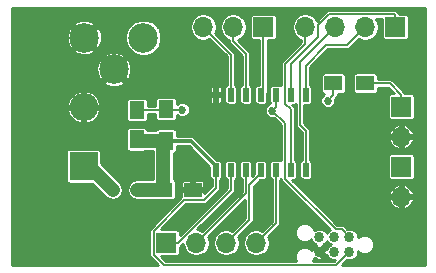
<source format=gbr>
G04 #@! TF.FileFunction,Copper,L1,Top,Signal*
%FSLAX46Y46*%
G04 Gerber Fmt 4.6, Leading zero omitted, Abs format (unit mm)*
G04 Created by KiCad (PCBNEW 4.0.7) date 2017 November 14, Tuesday 05:37:29*
%MOMM*%
%LPD*%
G01*
G04 APERTURE LIST*
%ADD10C,0.076200*%
%ADD11R,1.250000X1.500000*%
%ADD12R,1.500000X1.250000*%
%ADD13R,0.600000X0.450000*%
%ADD14R,1.700000X1.700000*%
%ADD15O,1.700000X1.700000*%
%ADD16R,1.500000X1.300000*%
%ADD17R,1.300000X1.500000*%
%ADD18R,0.508000X1.143000*%
%ADD19C,0.863600*%
%ADD20C,2.500000*%
%ADD21R,2.400000X2.400000*%
%ADD22O,2.400000X2.400000*%
%ADD23C,0.685800*%
%ADD24C,1.219200*%
%ADD25C,0.152400*%
%ADD26C,0.304800*%
%ADD27C,0.254000*%
G04 APERTURE END LIST*
D10*
D11*
X145500000Y-95750000D03*
X145500000Y-93250000D03*
D12*
X147750000Y-100000000D03*
X150250000Y-100000000D03*
D13*
X145550000Y-100000000D03*
X143450000Y-100000000D03*
D14*
X167894000Y-92964000D03*
D15*
X167894000Y-95504000D03*
D14*
X167894000Y-98044000D03*
D15*
X167894000Y-100584000D03*
D14*
X156210000Y-86233000D03*
D15*
X153670000Y-86233000D03*
X151130000Y-86233000D03*
D14*
X148000000Y-104500000D03*
D15*
X150540000Y-104500000D03*
X153080000Y-104500000D03*
X155620000Y-104500000D03*
D14*
X167386000Y-86233000D03*
D15*
X164846000Y-86233000D03*
X162306000Y-86233000D03*
X159766000Y-86233000D03*
D16*
X162150000Y-91000000D03*
X164850000Y-91000000D03*
D17*
X148000000Y-93150000D03*
X148000000Y-95850000D03*
D18*
X152190000Y-98302000D03*
X153460000Y-98302000D03*
X154730000Y-98302000D03*
X156000000Y-98302000D03*
X157270000Y-98302000D03*
X158540000Y-98302000D03*
X159810000Y-98302000D03*
X159810000Y-91952000D03*
X158540000Y-91952000D03*
X156000000Y-91952000D03*
X154730000Y-91952000D03*
X153460000Y-91952000D03*
X152190000Y-91952000D03*
X157270000Y-91952000D03*
D19*
X160960000Y-105270000D03*
X160960000Y-104000000D03*
X162230000Y-104000000D03*
X162230000Y-105270000D03*
X163500000Y-105270000D03*
X163500000Y-104000000D03*
D20*
X143550000Y-89822000D03*
X146050000Y-87122000D03*
X141050000Y-87122000D03*
D21*
X141000000Y-98000000D03*
D22*
X141000000Y-93000000D03*
D23*
X156968179Y-93302583D03*
X149352000Y-93218000D03*
X161671000Y-92456000D03*
D24*
X141000000Y-98000000D02*
X141450000Y-98000000D01*
X141450000Y-98000000D02*
X143450000Y-100000000D01*
D25*
X163500000Y-105270000D02*
X162356999Y-106413001D01*
X162356999Y-106413001D02*
X147801519Y-106413001D01*
X147801519Y-106413001D02*
X146921399Y-105532881D01*
X146921399Y-105532881D02*
X146921399Y-103467119D01*
X146921399Y-103467119D02*
X149534917Y-100853601D01*
X149534917Y-100853601D02*
X151182881Y-100853601D01*
X151182881Y-100853601D02*
X152190000Y-99846482D01*
X152190000Y-99846482D02*
X152190000Y-99025900D01*
X152190000Y-99025900D02*
X152190000Y-98302000D01*
D26*
X148000000Y-95850000D02*
X150055500Y-95850000D01*
X150055500Y-95850000D02*
X152190000Y-97984500D01*
X152190000Y-97984500D02*
X152190000Y-98302000D01*
D24*
X148000000Y-95850000D02*
X145600000Y-95850000D01*
X145600000Y-95850000D02*
X145500000Y-95750000D01*
X147750000Y-100000000D02*
X147750000Y-96100000D01*
X147750000Y-96100000D02*
X148000000Y-95850000D01*
X145550000Y-100000000D02*
X147750000Y-100000000D01*
D25*
X163500000Y-104000000D02*
X162839599Y-103339599D01*
X162340617Y-103339599D02*
X158057399Y-99056381D01*
X158057399Y-99056381D02*
X158057399Y-94391803D01*
X158057399Y-94391803D02*
X156968179Y-93302583D01*
X162839599Y-103339599D02*
X162340617Y-103339599D01*
X157270000Y-91952000D02*
X157270000Y-93000762D01*
X157270000Y-93000762D02*
X156968179Y-93302583D01*
X149352000Y-93218000D02*
X148068000Y-93218000D01*
X148068000Y-93218000D02*
X148000000Y-93150000D01*
X145500000Y-93250000D02*
X147900000Y-93250000D01*
X147900000Y-93250000D02*
X148000000Y-93150000D01*
X157270000Y-92675900D02*
X157270000Y-91952000D01*
X160844601Y-87059399D02*
X158540000Y-89364000D01*
X158540000Y-89364000D02*
X158540000Y-91952000D01*
X167386000Y-86233000D02*
X167386000Y-85230600D01*
X167386000Y-85230600D02*
X167309799Y-85154399D01*
X167309799Y-85154399D02*
X161788271Y-85154399D01*
X161788271Y-85154399D02*
X160844601Y-86098069D01*
X160844601Y-86098069D02*
X160844601Y-87059399D01*
X158540000Y-91634500D02*
X158540000Y-91952000D01*
X158540000Y-92269500D02*
X158540000Y-91952000D01*
X158540000Y-91457600D02*
X158540000Y-91952000D01*
X161544000Y-87757000D02*
X159810000Y-89491000D01*
X159810000Y-89491000D02*
X159810000Y-91952000D01*
X163322000Y-87757000D02*
X161544000Y-87757000D01*
X164846000Y-86233000D02*
X163322000Y-87757000D01*
X159308811Y-94488745D02*
X159810000Y-94989934D01*
X159810000Y-94989934D02*
X159810000Y-98302000D01*
X159308811Y-89230189D02*
X159308811Y-94488745D01*
X162306000Y-86233000D02*
X159308811Y-89230189D01*
X158540000Y-98302000D02*
X158540000Y-93188982D01*
X158540000Y-93188982D02*
X158057399Y-92706381D01*
X158057399Y-92706381D02*
X158057399Y-89338601D01*
X158057399Y-89338601D02*
X159766000Y-87630000D01*
X159766000Y-87630000D02*
X159766000Y-86233000D01*
X158540000Y-97984500D02*
X158540000Y-98302000D01*
X156210000Y-86233000D02*
X156210000Y-91742000D01*
X156210000Y-91742000D02*
X156000000Y-91952000D01*
X162150000Y-91000000D02*
X162150000Y-91977000D01*
X162150000Y-91977000D02*
X161671000Y-92456000D01*
X156000000Y-91634500D02*
X156000000Y-91952000D01*
X153670000Y-86233000D02*
X153670000Y-87435081D01*
X153670000Y-87435081D02*
X154730000Y-88495081D01*
X154730000Y-88495081D02*
X154730000Y-91952000D01*
X154730000Y-91634500D02*
X154730000Y-91952000D01*
X151130000Y-86233000D02*
X153460000Y-88563000D01*
X153460000Y-88563000D02*
X153460000Y-91952000D01*
X153460000Y-91738000D02*
X153460000Y-91952000D01*
X153460000Y-98302000D02*
X153460000Y-100042400D01*
X153460000Y-100042400D02*
X149002400Y-104500000D01*
X149002400Y-104500000D02*
X148000000Y-104500000D01*
X154730000Y-98302000D02*
X154730000Y-100310000D01*
X154730000Y-100310000D02*
X150540000Y-104500000D01*
X156000000Y-98302000D02*
X156000000Y-98619500D01*
X156000000Y-98619500D02*
X155034810Y-99584690D01*
X155034810Y-99584690D02*
X155034810Y-102545190D01*
X155034810Y-102545190D02*
X153929999Y-103650001D01*
X153929999Y-103650001D02*
X153080000Y-104500000D01*
X157270000Y-98302000D02*
X157270000Y-102850000D01*
X157270000Y-102850000D02*
X155620000Y-104500000D01*
X164850000Y-91000000D02*
X166932400Y-91000000D01*
X166932400Y-91000000D02*
X167894000Y-91961600D01*
X167894000Y-91961600D02*
X167894000Y-92964000D01*
D27*
G36*
X169876400Y-106376400D02*
X162896494Y-106376400D01*
X163311211Y-105961684D01*
X163357913Y-105981076D01*
X163640846Y-105981323D01*
X163902336Y-105873277D01*
X164102574Y-105673388D01*
X164211076Y-105412087D01*
X164211239Y-105225741D01*
X164308984Y-105323657D01*
X164607615Y-105447659D01*
X164930967Y-105447941D01*
X165229813Y-105324460D01*
X165458657Y-105096016D01*
X165582659Y-104797385D01*
X165582941Y-104474033D01*
X165459460Y-104175187D01*
X165231016Y-103946343D01*
X164932385Y-103822341D01*
X164609033Y-103822059D01*
X164310187Y-103945540D01*
X164211161Y-104044393D01*
X164211323Y-103859154D01*
X164103277Y-103597664D01*
X163903388Y-103397426D01*
X163642087Y-103288924D01*
X163359154Y-103288677D01*
X163311331Y-103308437D01*
X163091046Y-103088152D01*
X162975682Y-103011067D01*
X162839599Y-102983999D01*
X162487911Y-102983999D01*
X160380905Y-100876993D01*
X166855957Y-100876993D01*
X166952805Y-101110837D01*
X167226061Y-101430914D01*
X167601005Y-101622056D01*
X167767000Y-101597960D01*
X167767000Y-100711000D01*
X168021000Y-100711000D01*
X168021000Y-101597960D01*
X168186995Y-101622056D01*
X168561939Y-101430914D01*
X168835195Y-101110837D01*
X168932043Y-100876993D01*
X168907524Y-100711000D01*
X168021000Y-100711000D01*
X167767000Y-100711000D01*
X166880476Y-100711000D01*
X166855957Y-100876993D01*
X160380905Y-100876993D01*
X159794919Y-100291007D01*
X166855957Y-100291007D01*
X166880476Y-100457000D01*
X167767000Y-100457000D01*
X167767000Y-99570040D01*
X168021000Y-99570040D01*
X168021000Y-100457000D01*
X168907524Y-100457000D01*
X168932043Y-100291007D01*
X168835195Y-100057163D01*
X168561939Y-99737086D01*
X168186995Y-99545944D01*
X168021000Y-99570040D01*
X167767000Y-99570040D01*
X167601005Y-99545944D01*
X167226061Y-99737086D01*
X166952805Y-100057163D01*
X166855957Y-100291007D01*
X159794919Y-100291007D01*
X158662285Y-99158373D01*
X158794000Y-99158373D01*
X158897539Y-99138891D01*
X158992634Y-99077699D01*
X159056429Y-98984332D01*
X159078873Y-98873500D01*
X159078873Y-97730500D01*
X159059391Y-97626961D01*
X158998199Y-97531866D01*
X158904832Y-97468071D01*
X158895600Y-97466201D01*
X158895600Y-93188982D01*
X158887846Y-93150000D01*
X158868532Y-93052899D01*
X158791447Y-92937535D01*
X158662285Y-92808373D01*
X158794000Y-92808373D01*
X158897539Y-92788891D01*
X158953211Y-92753067D01*
X158953211Y-94488745D01*
X158980279Y-94624828D01*
X159057364Y-94740192D01*
X159454400Y-95137228D01*
X159454400Y-97464744D01*
X159452461Y-97465109D01*
X159357366Y-97526301D01*
X159293571Y-97619668D01*
X159271127Y-97730500D01*
X159271127Y-98873500D01*
X159290609Y-98977039D01*
X159351801Y-99072134D01*
X159445168Y-99135929D01*
X159556000Y-99158373D01*
X160064000Y-99158373D01*
X160167539Y-99138891D01*
X160262634Y-99077699D01*
X160326429Y-98984332D01*
X160348873Y-98873500D01*
X160348873Y-97730500D01*
X160329391Y-97626961D01*
X160268199Y-97531866D01*
X160174832Y-97468071D01*
X160165600Y-97466201D01*
X160165600Y-97194000D01*
X166759127Y-97194000D01*
X166759127Y-98894000D01*
X166778609Y-98997539D01*
X166839801Y-99092634D01*
X166933168Y-99156429D01*
X167044000Y-99178873D01*
X168744000Y-99178873D01*
X168847539Y-99159391D01*
X168942634Y-99098199D01*
X169006429Y-99004832D01*
X169028873Y-98894000D01*
X169028873Y-97194000D01*
X169009391Y-97090461D01*
X168948199Y-96995366D01*
X168854832Y-96931571D01*
X168744000Y-96909127D01*
X167044000Y-96909127D01*
X166940461Y-96928609D01*
X166845366Y-96989801D01*
X166781571Y-97083168D01*
X166759127Y-97194000D01*
X160165600Y-97194000D01*
X160165600Y-95796993D01*
X166855957Y-95796993D01*
X166952805Y-96030837D01*
X167226061Y-96350914D01*
X167601005Y-96542056D01*
X167767000Y-96517960D01*
X167767000Y-95631000D01*
X168021000Y-95631000D01*
X168021000Y-96517960D01*
X168186995Y-96542056D01*
X168561939Y-96350914D01*
X168835195Y-96030837D01*
X168932043Y-95796993D01*
X168907524Y-95631000D01*
X168021000Y-95631000D01*
X167767000Y-95631000D01*
X166880476Y-95631000D01*
X166855957Y-95796993D01*
X160165600Y-95796993D01*
X160165600Y-95211007D01*
X166855957Y-95211007D01*
X166880476Y-95377000D01*
X167767000Y-95377000D01*
X167767000Y-94490040D01*
X168021000Y-94490040D01*
X168021000Y-95377000D01*
X168907524Y-95377000D01*
X168932043Y-95211007D01*
X168835195Y-94977163D01*
X168561939Y-94657086D01*
X168186995Y-94465944D01*
X168021000Y-94490040D01*
X167767000Y-94490040D01*
X167601005Y-94465944D01*
X167226061Y-94657086D01*
X166952805Y-94977163D01*
X166855957Y-95211007D01*
X160165600Y-95211007D01*
X160165600Y-94989934D01*
X160138532Y-94853852D01*
X160138532Y-94853851D01*
X160061447Y-94738487D01*
X159664411Y-94341451D01*
X159664411Y-92808373D01*
X160064000Y-92808373D01*
X160167539Y-92788891D01*
X160262634Y-92727699D01*
X160326429Y-92634332D01*
X160337585Y-92579240D01*
X161048592Y-92579240D01*
X161143132Y-92808044D01*
X161318035Y-92983253D01*
X161546674Y-93078192D01*
X161794240Y-93078408D01*
X162023044Y-92983868D01*
X162198253Y-92808965D01*
X162293192Y-92580326D01*
X162293405Y-92336489D01*
X162401447Y-92228447D01*
X162478532Y-92113083D01*
X162505600Y-91977000D01*
X162505600Y-91934873D01*
X162900000Y-91934873D01*
X163003539Y-91915391D01*
X163098634Y-91854199D01*
X163162429Y-91760832D01*
X163184873Y-91650000D01*
X163184873Y-90350000D01*
X163815127Y-90350000D01*
X163815127Y-91650000D01*
X163834609Y-91753539D01*
X163895801Y-91848634D01*
X163989168Y-91912429D01*
X164100000Y-91934873D01*
X165600000Y-91934873D01*
X165703539Y-91915391D01*
X165798634Y-91854199D01*
X165862429Y-91760832D01*
X165884873Y-91650000D01*
X165884873Y-91355600D01*
X166785106Y-91355600D01*
X167258633Y-91829127D01*
X167044000Y-91829127D01*
X166940461Y-91848609D01*
X166845366Y-91909801D01*
X166781571Y-92003168D01*
X166759127Y-92114000D01*
X166759127Y-93814000D01*
X166778609Y-93917539D01*
X166839801Y-94012634D01*
X166933168Y-94076429D01*
X167044000Y-94098873D01*
X168744000Y-94098873D01*
X168847539Y-94079391D01*
X168942634Y-94018199D01*
X169006429Y-93924832D01*
X169028873Y-93814000D01*
X169028873Y-92114000D01*
X169009391Y-92010461D01*
X168948199Y-91915366D01*
X168854832Y-91851571D01*
X168744000Y-91829127D01*
X168223250Y-91829127D01*
X168222532Y-91825517D01*
X168145447Y-91710153D01*
X167183847Y-90748553D01*
X167068483Y-90671468D01*
X166932400Y-90644400D01*
X165884873Y-90644400D01*
X165884873Y-90350000D01*
X165865391Y-90246461D01*
X165804199Y-90151366D01*
X165710832Y-90087571D01*
X165600000Y-90065127D01*
X164100000Y-90065127D01*
X163996461Y-90084609D01*
X163901366Y-90145801D01*
X163837571Y-90239168D01*
X163815127Y-90350000D01*
X163184873Y-90350000D01*
X163165391Y-90246461D01*
X163104199Y-90151366D01*
X163010832Y-90087571D01*
X162900000Y-90065127D01*
X161400000Y-90065127D01*
X161296461Y-90084609D01*
X161201366Y-90145801D01*
X161137571Y-90239168D01*
X161115127Y-90350000D01*
X161115127Y-91650000D01*
X161134609Y-91753539D01*
X161195801Y-91848634D01*
X161289168Y-91912429D01*
X161334663Y-91921642D01*
X161318956Y-91928132D01*
X161143747Y-92103035D01*
X161048808Y-92331674D01*
X161048592Y-92579240D01*
X160337585Y-92579240D01*
X160348873Y-92523500D01*
X160348873Y-91380500D01*
X160329391Y-91276961D01*
X160268199Y-91181866D01*
X160174832Y-91118071D01*
X160165600Y-91116201D01*
X160165600Y-89638294D01*
X161691294Y-88112600D01*
X163322000Y-88112600D01*
X163458083Y-88085532D01*
X163573447Y-88008447D01*
X164335593Y-87246301D01*
X164413797Y-87298556D01*
X164846000Y-87384526D01*
X165278203Y-87298556D01*
X165644606Y-87053732D01*
X165889430Y-86687329D01*
X165975400Y-86255126D01*
X165975400Y-86210874D01*
X165889430Y-85778671D01*
X165709908Y-85509999D01*
X166251127Y-85509999D01*
X166251127Y-87083000D01*
X166270609Y-87186539D01*
X166331801Y-87281634D01*
X166425168Y-87345429D01*
X166536000Y-87367873D01*
X168236000Y-87367873D01*
X168339539Y-87348391D01*
X168434634Y-87287199D01*
X168498429Y-87193832D01*
X168520873Y-87083000D01*
X168520873Y-85383000D01*
X168501391Y-85279461D01*
X168440199Y-85184366D01*
X168346832Y-85120571D01*
X168236000Y-85098127D01*
X167715250Y-85098127D01*
X167714532Y-85094518D01*
X167663615Y-85018316D01*
X167637447Y-84979152D01*
X167561246Y-84902952D01*
X167445882Y-84825867D01*
X167309799Y-84798799D01*
X161788271Y-84798799D01*
X161652188Y-84825867D01*
X161536824Y-84902952D01*
X160750019Y-85689757D01*
X160564606Y-85412268D01*
X160198203Y-85167444D01*
X159766000Y-85081474D01*
X159333797Y-85167444D01*
X158967394Y-85412268D01*
X158722570Y-85778671D01*
X158636600Y-86210874D01*
X158636600Y-86255126D01*
X158722570Y-86687329D01*
X158967394Y-87053732D01*
X159333797Y-87298556D01*
X159410400Y-87313793D01*
X159410400Y-87482706D01*
X157805952Y-89087154D01*
X157728867Y-89202518D01*
X157701799Y-89338601D01*
X157701799Y-91163828D01*
X157634832Y-91118071D01*
X157524000Y-91095627D01*
X157016000Y-91095627D01*
X156912461Y-91115109D01*
X156817366Y-91176301D01*
X156753571Y-91269668D01*
X156731127Y-91380500D01*
X156731127Y-92523500D01*
X156750609Y-92627039D01*
X156797432Y-92699804D01*
X156616135Y-92774715D01*
X156440926Y-92949618D01*
X156345987Y-93178257D01*
X156345771Y-93425823D01*
X156440311Y-93654627D01*
X156615214Y-93829836D01*
X156843853Y-93924775D01*
X157087690Y-93924988D01*
X157701799Y-94539097D01*
X157701799Y-97513828D01*
X157634832Y-97468071D01*
X157524000Y-97445627D01*
X157016000Y-97445627D01*
X156912461Y-97465109D01*
X156817366Y-97526301D01*
X156753571Y-97619668D01*
X156731127Y-97730500D01*
X156731127Y-98873500D01*
X156750609Y-98977039D01*
X156811801Y-99072134D01*
X156905168Y-99135929D01*
X156914400Y-99137799D01*
X156914400Y-102702706D01*
X156130407Y-103486699D01*
X156052203Y-103434444D01*
X155620000Y-103348474D01*
X155187797Y-103434444D01*
X154821394Y-103679268D01*
X154576570Y-104045671D01*
X154490600Y-104477874D01*
X154490600Y-104522126D01*
X154576570Y-104954329D01*
X154821394Y-105320732D01*
X155187797Y-105565556D01*
X155620000Y-105651526D01*
X156052203Y-105565556D01*
X156418606Y-105320732D01*
X156663430Y-104954329D01*
X156749400Y-104522126D01*
X156749400Y-104477874D01*
X156663430Y-104045671D01*
X156628900Y-103993994D01*
X157521447Y-103101447D01*
X157598532Y-102986082D01*
X157625600Y-102850000D01*
X157625600Y-99139256D01*
X157627539Y-99138891D01*
X157707922Y-99087166D01*
X157728867Y-99192464D01*
X157805952Y-99307828D01*
X161875204Y-103377080D01*
X161827664Y-103396723D01*
X161627426Y-103596612D01*
X161595054Y-103674571D01*
X161563277Y-103597664D01*
X161363388Y-103397426D01*
X161102087Y-103288924D01*
X160819154Y-103288677D01*
X160557664Y-103396723D01*
X160500986Y-103453302D01*
X160379460Y-103159187D01*
X160151016Y-102930343D01*
X159852385Y-102806341D01*
X159529033Y-102806059D01*
X159230187Y-102929540D01*
X159001343Y-103157984D01*
X158877341Y-103456615D01*
X158877059Y-103779967D01*
X159000540Y-104078813D01*
X159228984Y-104307657D01*
X159527615Y-104431659D01*
X159850967Y-104431941D01*
X160149813Y-104308460D01*
X160268839Y-104189642D01*
X160356723Y-104402336D01*
X160556612Y-104602574D01*
X160684968Y-104655872D01*
X160674070Y-104660386D01*
X160623447Y-104753842D01*
X160960000Y-105090395D01*
X161296553Y-104753842D01*
X161245930Y-104660386D01*
X161232283Y-104657014D01*
X161362336Y-104603277D01*
X161562574Y-104403388D01*
X161594946Y-104325429D01*
X161626723Y-104402336D01*
X161826612Y-104602574D01*
X161904571Y-104634946D01*
X161827664Y-104666723D01*
X161627426Y-104866612D01*
X161574128Y-104994968D01*
X161569614Y-104984070D01*
X161476158Y-104933447D01*
X161139605Y-105270000D01*
X161476158Y-105606553D01*
X161569614Y-105555930D01*
X161572986Y-105542283D01*
X161626723Y-105672336D01*
X161826612Y-105872574D01*
X162087913Y-105981076D01*
X162285857Y-105981249D01*
X162209705Y-106057401D01*
X160401335Y-106057401D01*
X160502659Y-105813385D01*
X160502704Y-105761430D01*
X160575441Y-105834167D01*
X160623448Y-105786160D01*
X160674070Y-105879614D01*
X160929124Y-105942630D01*
X161188879Y-105903245D01*
X161245930Y-105879614D01*
X161296553Y-105786158D01*
X160960000Y-105449605D01*
X160945858Y-105463748D01*
X160766253Y-105284143D01*
X160780395Y-105270000D01*
X160443842Y-104933447D01*
X160350386Y-104984070D01*
X160315134Y-105126749D01*
X160151016Y-104962343D01*
X159852385Y-104838341D01*
X159529033Y-104838059D01*
X159230187Y-104961540D01*
X159001343Y-105189984D01*
X158877341Y-105488615D01*
X158877059Y-105811967D01*
X158978471Y-106057401D01*
X147948813Y-106057401D01*
X147526285Y-105634873D01*
X148850000Y-105634873D01*
X148953539Y-105615391D01*
X149048634Y-105554199D01*
X149112429Y-105460832D01*
X149134873Y-105350000D01*
X149134873Y-104829250D01*
X149138483Y-104828532D01*
X149253847Y-104751447D01*
X149422640Y-104582654D01*
X149496570Y-104954329D01*
X149741394Y-105320732D01*
X150107797Y-105565556D01*
X150540000Y-105651526D01*
X150972203Y-105565556D01*
X151338606Y-105320732D01*
X151583430Y-104954329D01*
X151669400Y-104522126D01*
X151669400Y-104477874D01*
X151583430Y-104045671D01*
X151548900Y-103993994D01*
X154679210Y-100863684D01*
X154679210Y-102397896D01*
X153590407Y-103486699D01*
X153512203Y-103434444D01*
X153080000Y-103348474D01*
X152647797Y-103434444D01*
X152281394Y-103679268D01*
X152036570Y-104045671D01*
X151950600Y-104477874D01*
X151950600Y-104522126D01*
X152036570Y-104954329D01*
X152281394Y-105320732D01*
X152647797Y-105565556D01*
X153080000Y-105651526D01*
X153512203Y-105565556D01*
X153878606Y-105320732D01*
X154123430Y-104954329D01*
X154209400Y-104522126D01*
X154209400Y-104477874D01*
X154123430Y-104045671D01*
X154088900Y-103993994D01*
X155286257Y-102796637D01*
X155363342Y-102681272D01*
X155390410Y-102545190D01*
X155390410Y-99731984D01*
X155964021Y-99158373D01*
X156254000Y-99158373D01*
X156357539Y-99138891D01*
X156452634Y-99077699D01*
X156516429Y-98984332D01*
X156538873Y-98873500D01*
X156538873Y-97730500D01*
X156519391Y-97626961D01*
X156458199Y-97531866D01*
X156364832Y-97468071D01*
X156254000Y-97445627D01*
X155746000Y-97445627D01*
X155642461Y-97465109D01*
X155547366Y-97526301D01*
X155483571Y-97619668D01*
X155461127Y-97730500D01*
X155461127Y-98655479D01*
X155268873Y-98847733D01*
X155268873Y-97730500D01*
X155249391Y-97626961D01*
X155188199Y-97531866D01*
X155094832Y-97468071D01*
X154984000Y-97445627D01*
X154476000Y-97445627D01*
X154372461Y-97465109D01*
X154277366Y-97526301D01*
X154213571Y-97619668D01*
X154191127Y-97730500D01*
X154191127Y-98873500D01*
X154210609Y-98977039D01*
X154271801Y-99072134D01*
X154365168Y-99135929D01*
X154374400Y-99137799D01*
X154374400Y-100162706D01*
X151050407Y-103486699D01*
X150972203Y-103434444D01*
X150637438Y-103367856D01*
X153711447Y-100293847D01*
X153772763Y-100202082D01*
X153788532Y-100178482D01*
X153815600Y-100042400D01*
X153815600Y-99139256D01*
X153817539Y-99138891D01*
X153912634Y-99077699D01*
X153976429Y-98984332D01*
X153998873Y-98873500D01*
X153998873Y-97730500D01*
X153979391Y-97626961D01*
X153918199Y-97531866D01*
X153824832Y-97468071D01*
X153714000Y-97445627D01*
X153206000Y-97445627D01*
X153102461Y-97465109D01*
X153007366Y-97526301D01*
X152943571Y-97619668D01*
X152921127Y-97730500D01*
X152921127Y-98873500D01*
X152940609Y-98977039D01*
X153001801Y-99072134D01*
X153095168Y-99135929D01*
X153104400Y-99137799D01*
X153104400Y-99895106D01*
X149134873Y-103864633D01*
X149134873Y-103650000D01*
X149115391Y-103546461D01*
X149054199Y-103451366D01*
X148960832Y-103387571D01*
X148850000Y-103365127D01*
X147526285Y-103365127D01*
X149682211Y-101209201D01*
X151182881Y-101209201D01*
X151318964Y-101182133D01*
X151434328Y-101105048D01*
X152441447Y-100097929D01*
X152468686Y-100057163D01*
X152518532Y-99982564D01*
X152545600Y-99846482D01*
X152545600Y-99139256D01*
X152547539Y-99138891D01*
X152642634Y-99077699D01*
X152706429Y-98984332D01*
X152728873Y-98873500D01*
X152728873Y-97730500D01*
X152709391Y-97626961D01*
X152648199Y-97531866D01*
X152554832Y-97468071D01*
X152444000Y-97445627D01*
X152261785Y-97445627D01*
X150360829Y-95544671D01*
X150308633Y-95509795D01*
X150220743Y-95451069D01*
X150055500Y-95418200D01*
X148934873Y-95418200D01*
X148934873Y-95100000D01*
X148915391Y-94996461D01*
X148854199Y-94901366D01*
X148760832Y-94837571D01*
X148650000Y-94815127D01*
X147350000Y-94815127D01*
X147246461Y-94834609D01*
X147151366Y-94895801D01*
X147106817Y-94961000D01*
X146402535Y-94961000D01*
X146390391Y-94896461D01*
X146329199Y-94801366D01*
X146235832Y-94737571D01*
X146125000Y-94715127D01*
X144875000Y-94715127D01*
X144771461Y-94734609D01*
X144676366Y-94795801D01*
X144612571Y-94889168D01*
X144590127Y-95000000D01*
X144590127Y-96500000D01*
X144609609Y-96603539D01*
X144670801Y-96698634D01*
X144764168Y-96762429D01*
X144875000Y-96784873D01*
X146125000Y-96784873D01*
X146228539Y-96765391D01*
X146269552Y-96739000D01*
X146861000Y-96739000D01*
X146861000Y-99111000D01*
X145550000Y-99111000D01*
X145209794Y-99178671D01*
X144921382Y-99371382D01*
X144728671Y-99659794D01*
X144661000Y-100000000D01*
X144728671Y-100340206D01*
X144921382Y-100628618D01*
X145209794Y-100821329D01*
X145550000Y-100889000D01*
X146896926Y-100889000D01*
X147000000Y-100909873D01*
X148500000Y-100909873D01*
X148603539Y-100890391D01*
X148698634Y-100829199D01*
X148762429Y-100735832D01*
X148784873Y-100625000D01*
X148784873Y-99375000D01*
X148776317Y-99329528D01*
X149271400Y-99329528D01*
X149271400Y-99815850D01*
X149328550Y-99873000D01*
X150123000Y-99873000D01*
X150123000Y-99203550D01*
X150377000Y-99203550D01*
X150377000Y-99873000D01*
X151171450Y-99873000D01*
X151228600Y-99815850D01*
X151228600Y-99329528D01*
X151193797Y-99245508D01*
X151129491Y-99181202D01*
X151045471Y-99146400D01*
X150434150Y-99146400D01*
X150377000Y-99203550D01*
X150123000Y-99203550D01*
X150065850Y-99146400D01*
X149454529Y-99146400D01*
X149370509Y-99181202D01*
X149306203Y-99245508D01*
X149271400Y-99329528D01*
X148776317Y-99329528D01*
X148765391Y-99271461D01*
X148704199Y-99176366D01*
X148639000Y-99131817D01*
X148639000Y-96884873D01*
X148650000Y-96884873D01*
X148753539Y-96865391D01*
X148848634Y-96804199D01*
X148912429Y-96710832D01*
X148934873Y-96600000D01*
X148934873Y-96281800D01*
X149876642Y-96281800D01*
X151651127Y-98056285D01*
X151651127Y-98873500D01*
X151670609Y-98977039D01*
X151731801Y-99072134D01*
X151825168Y-99135929D01*
X151834400Y-99137799D01*
X151834400Y-99699188D01*
X151228600Y-100304988D01*
X151228600Y-100184150D01*
X151171450Y-100127000D01*
X150377000Y-100127000D01*
X150377000Y-100147000D01*
X150123000Y-100147000D01*
X150123000Y-100127000D01*
X149328550Y-100127000D01*
X149271400Y-100184150D01*
X149271400Y-100614224D01*
X146669952Y-103215672D01*
X146592867Y-103331036D01*
X146579437Y-103398554D01*
X146565799Y-103467119D01*
X146565799Y-105532881D01*
X146592867Y-105668964D01*
X146669952Y-105784328D01*
X147262024Y-106376400D01*
X134923600Y-106376400D01*
X134923600Y-96800000D01*
X139515127Y-96800000D01*
X139515127Y-99200000D01*
X139534609Y-99303539D01*
X139595801Y-99398634D01*
X139689168Y-99462429D01*
X139800000Y-99484873D01*
X141677637Y-99484873D01*
X142821382Y-100628618D01*
X143109795Y-100821329D01*
X143450000Y-100889000D01*
X143790205Y-100821329D01*
X144078618Y-100628618D01*
X144271329Y-100340205D01*
X144339000Y-100000000D01*
X144271329Y-99659795D01*
X144078618Y-99371382D01*
X142484873Y-97777637D01*
X142484873Y-96800000D01*
X142465391Y-96696461D01*
X142404199Y-96601366D01*
X142310832Y-96537571D01*
X142200000Y-96515127D01*
X139800000Y-96515127D01*
X139696461Y-96534609D01*
X139601366Y-96595801D01*
X139537571Y-96689168D01*
X139515127Y-96800000D01*
X134923600Y-96800000D01*
X134923600Y-93348034D01*
X139614442Y-93348034D01*
X139774158Y-93733647D01*
X140148224Y-94146911D01*
X140651965Y-94385568D01*
X140873000Y-94365804D01*
X140873000Y-93127000D01*
X141127000Y-93127000D01*
X141127000Y-94365804D01*
X141348035Y-94385568D01*
X141851776Y-94146911D01*
X142225842Y-93733647D01*
X142385558Y-93348034D01*
X142365557Y-93127000D01*
X141127000Y-93127000D01*
X140873000Y-93127000D01*
X139634443Y-93127000D01*
X139614442Y-93348034D01*
X134923600Y-93348034D01*
X134923600Y-92651966D01*
X139614442Y-92651966D01*
X139634443Y-92873000D01*
X140873000Y-92873000D01*
X140873000Y-91634196D01*
X141127000Y-91634196D01*
X141127000Y-92873000D01*
X142365557Y-92873000D01*
X142385558Y-92651966D01*
X142322616Y-92500000D01*
X144590127Y-92500000D01*
X144590127Y-94000000D01*
X144609609Y-94103539D01*
X144670801Y-94198634D01*
X144764168Y-94262429D01*
X144875000Y-94284873D01*
X146125000Y-94284873D01*
X146228539Y-94265391D01*
X146323634Y-94204199D01*
X146387429Y-94110832D01*
X146409873Y-94000000D01*
X146409873Y-93605600D01*
X147065127Y-93605600D01*
X147065127Y-93900000D01*
X147084609Y-94003539D01*
X147145801Y-94098634D01*
X147239168Y-94162429D01*
X147350000Y-94184873D01*
X148650000Y-94184873D01*
X148753539Y-94165391D01*
X148848634Y-94104199D01*
X148912429Y-94010832D01*
X148934873Y-93900000D01*
X148934873Y-93680979D01*
X148999035Y-93745253D01*
X149227674Y-93840192D01*
X149475240Y-93840408D01*
X149704044Y-93745868D01*
X149879253Y-93570965D01*
X149974192Y-93342326D01*
X149974408Y-93094760D01*
X149879868Y-92865956D01*
X149704965Y-92690747D01*
X149476326Y-92595808D01*
X149228760Y-92595592D01*
X148999956Y-92690132D01*
X148934873Y-92755101D01*
X148934873Y-92400000D01*
X148915391Y-92296461D01*
X148854199Y-92201366D01*
X148760832Y-92137571D01*
X148753815Y-92136150D01*
X151707400Y-92136150D01*
X151707400Y-92568972D01*
X151742203Y-92652992D01*
X151806509Y-92717298D01*
X151890529Y-92752100D01*
X152005850Y-92752100D01*
X152063000Y-92694950D01*
X152063000Y-92079000D01*
X152317000Y-92079000D01*
X152317000Y-92694950D01*
X152374150Y-92752100D01*
X152489471Y-92752100D01*
X152573491Y-92717298D01*
X152637797Y-92652992D01*
X152672600Y-92568972D01*
X152672600Y-92136150D01*
X152615450Y-92079000D01*
X152317000Y-92079000D01*
X152063000Y-92079000D01*
X151764550Y-92079000D01*
X151707400Y-92136150D01*
X148753815Y-92136150D01*
X148650000Y-92115127D01*
X147350000Y-92115127D01*
X147246461Y-92134609D01*
X147151366Y-92195801D01*
X147087571Y-92289168D01*
X147065127Y-92400000D01*
X147065127Y-92894400D01*
X146409873Y-92894400D01*
X146409873Y-92500000D01*
X146390391Y-92396461D01*
X146329199Y-92301366D01*
X146235832Y-92237571D01*
X146125000Y-92215127D01*
X144875000Y-92215127D01*
X144771461Y-92234609D01*
X144676366Y-92295801D01*
X144612571Y-92389168D01*
X144590127Y-92500000D01*
X142322616Y-92500000D01*
X142225842Y-92266353D01*
X141851776Y-91853089D01*
X141348035Y-91614432D01*
X141127000Y-91634196D01*
X140873000Y-91634196D01*
X140651965Y-91614432D01*
X140148224Y-91853089D01*
X139774158Y-92266353D01*
X139614442Y-92651966D01*
X134923600Y-92651966D01*
X134923600Y-91335028D01*
X151707400Y-91335028D01*
X151707400Y-91767850D01*
X151764550Y-91825000D01*
X152063000Y-91825000D01*
X152063000Y-91209050D01*
X152317000Y-91209050D01*
X152317000Y-91825000D01*
X152615450Y-91825000D01*
X152672600Y-91767850D01*
X152672600Y-91335028D01*
X152637797Y-91251008D01*
X152573491Y-91186702D01*
X152489471Y-91151900D01*
X152374150Y-91151900D01*
X152317000Y-91209050D01*
X152063000Y-91209050D01*
X152005850Y-91151900D01*
X151890529Y-91151900D01*
X151806509Y-91186702D01*
X151742203Y-91251008D01*
X151707400Y-91335028D01*
X134923600Y-91335028D01*
X134923600Y-90933463D01*
X142618142Y-90933463D01*
X142769770Y-91111961D01*
X143322808Y-91312349D01*
X143910434Y-91285845D01*
X144330230Y-91111961D01*
X144481858Y-90933463D01*
X143550000Y-90001605D01*
X142618142Y-90933463D01*
X134923600Y-90933463D01*
X134923600Y-89594808D01*
X142059651Y-89594808D01*
X142086155Y-90182434D01*
X142260039Y-90602230D01*
X142438537Y-90753858D01*
X143370395Y-89822000D01*
X143729605Y-89822000D01*
X144661463Y-90753858D01*
X144839961Y-90602230D01*
X145040349Y-90049192D01*
X145013845Y-89461566D01*
X144839961Y-89041770D01*
X144661463Y-88890142D01*
X143729605Y-89822000D01*
X143370395Y-89822000D01*
X142438537Y-88890142D01*
X142260039Y-89041770D01*
X142059651Y-89594808D01*
X134923600Y-89594808D01*
X134923600Y-88710537D01*
X142618142Y-88710537D01*
X143550000Y-89642395D01*
X144481858Y-88710537D01*
X144330230Y-88532039D01*
X143777192Y-88331651D01*
X143189566Y-88358155D01*
X142769770Y-88532039D01*
X142618142Y-88710537D01*
X134923600Y-88710537D01*
X134923600Y-88233463D01*
X140118142Y-88233463D01*
X140269770Y-88411961D01*
X140822808Y-88612349D01*
X141410434Y-88585845D01*
X141830230Y-88411961D01*
X141981858Y-88233463D01*
X141050000Y-87301605D01*
X140118142Y-88233463D01*
X134923600Y-88233463D01*
X134923600Y-86894808D01*
X139559651Y-86894808D01*
X139586155Y-87482434D01*
X139760039Y-87902230D01*
X139938537Y-88053858D01*
X140870395Y-87122000D01*
X141229605Y-87122000D01*
X142161463Y-88053858D01*
X142339961Y-87902230D01*
X142512923Y-87424882D01*
X144520335Y-87424882D01*
X144752682Y-87987204D01*
X145182533Y-88417806D01*
X145744449Y-88651134D01*
X146352882Y-88651665D01*
X146915204Y-88419318D01*
X147345806Y-87989467D01*
X147579134Y-87427551D01*
X147579665Y-86819118D01*
X147347318Y-86256796D01*
X147301477Y-86210874D01*
X150000600Y-86210874D01*
X150000600Y-86255126D01*
X150086570Y-86687329D01*
X150331394Y-87053732D01*
X150697797Y-87298556D01*
X151130000Y-87384526D01*
X151562203Y-87298556D01*
X151640407Y-87246301D01*
X153104400Y-88710294D01*
X153104400Y-91114744D01*
X153102461Y-91115109D01*
X153007366Y-91176301D01*
X152943571Y-91269668D01*
X152921127Y-91380500D01*
X152921127Y-92523500D01*
X152940609Y-92627039D01*
X153001801Y-92722134D01*
X153095168Y-92785929D01*
X153206000Y-92808373D01*
X153714000Y-92808373D01*
X153817539Y-92788891D01*
X153912634Y-92727699D01*
X153976429Y-92634332D01*
X153998873Y-92523500D01*
X153998873Y-91380500D01*
X153979391Y-91276961D01*
X153918199Y-91181866D01*
X153824832Y-91118071D01*
X153815600Y-91116201D01*
X153815600Y-88563000D01*
X153788532Y-88426918D01*
X153711447Y-88311553D01*
X152138900Y-86739006D01*
X152173430Y-86687329D01*
X152259400Y-86255126D01*
X152259400Y-86210874D01*
X152540600Y-86210874D01*
X152540600Y-86255126D01*
X152626570Y-86687329D01*
X152871394Y-87053732D01*
X153237797Y-87298556D01*
X153314400Y-87313793D01*
X153314400Y-87435081D01*
X153341468Y-87571164D01*
X153418553Y-87686528D01*
X154374400Y-88642375D01*
X154374400Y-91114744D01*
X154372461Y-91115109D01*
X154277366Y-91176301D01*
X154213571Y-91269668D01*
X154191127Y-91380500D01*
X154191127Y-92523500D01*
X154210609Y-92627039D01*
X154271801Y-92722134D01*
X154365168Y-92785929D01*
X154476000Y-92808373D01*
X154984000Y-92808373D01*
X155087539Y-92788891D01*
X155182634Y-92727699D01*
X155246429Y-92634332D01*
X155268873Y-92523500D01*
X155268873Y-91380500D01*
X155249391Y-91276961D01*
X155188199Y-91181866D01*
X155094832Y-91118071D01*
X155085600Y-91116201D01*
X155085600Y-88495081D01*
X155058532Y-88358999D01*
X154981447Y-88243634D01*
X154047292Y-87309479D01*
X154102203Y-87298556D01*
X154468606Y-87053732D01*
X154713430Y-86687329D01*
X154799400Y-86255126D01*
X154799400Y-86210874D01*
X154713430Y-85778671D01*
X154468606Y-85412268D01*
X154424804Y-85383000D01*
X155075127Y-85383000D01*
X155075127Y-87083000D01*
X155094609Y-87186539D01*
X155155801Y-87281634D01*
X155249168Y-87345429D01*
X155360000Y-87367873D01*
X155854400Y-87367873D01*
X155854400Y-91095627D01*
X155746000Y-91095627D01*
X155642461Y-91115109D01*
X155547366Y-91176301D01*
X155483571Y-91269668D01*
X155461127Y-91380500D01*
X155461127Y-92523500D01*
X155480609Y-92627039D01*
X155541801Y-92722134D01*
X155635168Y-92785929D01*
X155746000Y-92808373D01*
X156254000Y-92808373D01*
X156357539Y-92788891D01*
X156452634Y-92727699D01*
X156516429Y-92634332D01*
X156538873Y-92523500D01*
X156538873Y-91876369D01*
X156565600Y-91742000D01*
X156565600Y-87367873D01*
X157060000Y-87367873D01*
X157163539Y-87348391D01*
X157258634Y-87287199D01*
X157322429Y-87193832D01*
X157344873Y-87083000D01*
X157344873Y-85383000D01*
X157325391Y-85279461D01*
X157264199Y-85184366D01*
X157170832Y-85120571D01*
X157060000Y-85098127D01*
X155360000Y-85098127D01*
X155256461Y-85117609D01*
X155161366Y-85178801D01*
X155097571Y-85272168D01*
X155075127Y-85383000D01*
X154424804Y-85383000D01*
X154102203Y-85167444D01*
X153670000Y-85081474D01*
X153237797Y-85167444D01*
X152871394Y-85412268D01*
X152626570Y-85778671D01*
X152540600Y-86210874D01*
X152259400Y-86210874D01*
X152173430Y-85778671D01*
X151928606Y-85412268D01*
X151562203Y-85167444D01*
X151130000Y-85081474D01*
X150697797Y-85167444D01*
X150331394Y-85412268D01*
X150086570Y-85778671D01*
X150000600Y-86210874D01*
X147301477Y-86210874D01*
X146917467Y-85826194D01*
X146355551Y-85592866D01*
X145747118Y-85592335D01*
X145184796Y-85824682D01*
X144754194Y-86254533D01*
X144520866Y-86816449D01*
X144520335Y-87424882D01*
X142512923Y-87424882D01*
X142540349Y-87349192D01*
X142513845Y-86761566D01*
X142339961Y-86341770D01*
X142161463Y-86190142D01*
X141229605Y-87122000D01*
X140870395Y-87122000D01*
X139938537Y-86190142D01*
X139760039Y-86341770D01*
X139559651Y-86894808D01*
X134923600Y-86894808D01*
X134923600Y-86010537D01*
X140118142Y-86010537D01*
X141050000Y-86942395D01*
X141981858Y-86010537D01*
X141830230Y-85832039D01*
X141277192Y-85631651D01*
X140689566Y-85658155D01*
X140269770Y-85832039D01*
X140118142Y-86010537D01*
X134923600Y-86010537D01*
X134923600Y-84631600D01*
X169876400Y-84631600D01*
X169876400Y-106376400D01*
X169876400Y-106376400D01*
G37*
X169876400Y-106376400D02*
X162896494Y-106376400D01*
X163311211Y-105961684D01*
X163357913Y-105981076D01*
X163640846Y-105981323D01*
X163902336Y-105873277D01*
X164102574Y-105673388D01*
X164211076Y-105412087D01*
X164211239Y-105225741D01*
X164308984Y-105323657D01*
X164607615Y-105447659D01*
X164930967Y-105447941D01*
X165229813Y-105324460D01*
X165458657Y-105096016D01*
X165582659Y-104797385D01*
X165582941Y-104474033D01*
X165459460Y-104175187D01*
X165231016Y-103946343D01*
X164932385Y-103822341D01*
X164609033Y-103822059D01*
X164310187Y-103945540D01*
X164211161Y-104044393D01*
X164211323Y-103859154D01*
X164103277Y-103597664D01*
X163903388Y-103397426D01*
X163642087Y-103288924D01*
X163359154Y-103288677D01*
X163311331Y-103308437D01*
X163091046Y-103088152D01*
X162975682Y-103011067D01*
X162839599Y-102983999D01*
X162487911Y-102983999D01*
X160380905Y-100876993D01*
X166855957Y-100876993D01*
X166952805Y-101110837D01*
X167226061Y-101430914D01*
X167601005Y-101622056D01*
X167767000Y-101597960D01*
X167767000Y-100711000D01*
X168021000Y-100711000D01*
X168021000Y-101597960D01*
X168186995Y-101622056D01*
X168561939Y-101430914D01*
X168835195Y-101110837D01*
X168932043Y-100876993D01*
X168907524Y-100711000D01*
X168021000Y-100711000D01*
X167767000Y-100711000D01*
X166880476Y-100711000D01*
X166855957Y-100876993D01*
X160380905Y-100876993D01*
X159794919Y-100291007D01*
X166855957Y-100291007D01*
X166880476Y-100457000D01*
X167767000Y-100457000D01*
X167767000Y-99570040D01*
X168021000Y-99570040D01*
X168021000Y-100457000D01*
X168907524Y-100457000D01*
X168932043Y-100291007D01*
X168835195Y-100057163D01*
X168561939Y-99737086D01*
X168186995Y-99545944D01*
X168021000Y-99570040D01*
X167767000Y-99570040D01*
X167601005Y-99545944D01*
X167226061Y-99737086D01*
X166952805Y-100057163D01*
X166855957Y-100291007D01*
X159794919Y-100291007D01*
X158662285Y-99158373D01*
X158794000Y-99158373D01*
X158897539Y-99138891D01*
X158992634Y-99077699D01*
X159056429Y-98984332D01*
X159078873Y-98873500D01*
X159078873Y-97730500D01*
X159059391Y-97626961D01*
X158998199Y-97531866D01*
X158904832Y-97468071D01*
X158895600Y-97466201D01*
X158895600Y-93188982D01*
X158887846Y-93150000D01*
X158868532Y-93052899D01*
X158791447Y-92937535D01*
X158662285Y-92808373D01*
X158794000Y-92808373D01*
X158897539Y-92788891D01*
X158953211Y-92753067D01*
X158953211Y-94488745D01*
X158980279Y-94624828D01*
X159057364Y-94740192D01*
X159454400Y-95137228D01*
X159454400Y-97464744D01*
X159452461Y-97465109D01*
X159357366Y-97526301D01*
X159293571Y-97619668D01*
X159271127Y-97730500D01*
X159271127Y-98873500D01*
X159290609Y-98977039D01*
X159351801Y-99072134D01*
X159445168Y-99135929D01*
X159556000Y-99158373D01*
X160064000Y-99158373D01*
X160167539Y-99138891D01*
X160262634Y-99077699D01*
X160326429Y-98984332D01*
X160348873Y-98873500D01*
X160348873Y-97730500D01*
X160329391Y-97626961D01*
X160268199Y-97531866D01*
X160174832Y-97468071D01*
X160165600Y-97466201D01*
X160165600Y-97194000D01*
X166759127Y-97194000D01*
X166759127Y-98894000D01*
X166778609Y-98997539D01*
X166839801Y-99092634D01*
X166933168Y-99156429D01*
X167044000Y-99178873D01*
X168744000Y-99178873D01*
X168847539Y-99159391D01*
X168942634Y-99098199D01*
X169006429Y-99004832D01*
X169028873Y-98894000D01*
X169028873Y-97194000D01*
X169009391Y-97090461D01*
X168948199Y-96995366D01*
X168854832Y-96931571D01*
X168744000Y-96909127D01*
X167044000Y-96909127D01*
X166940461Y-96928609D01*
X166845366Y-96989801D01*
X166781571Y-97083168D01*
X166759127Y-97194000D01*
X160165600Y-97194000D01*
X160165600Y-95796993D01*
X166855957Y-95796993D01*
X166952805Y-96030837D01*
X167226061Y-96350914D01*
X167601005Y-96542056D01*
X167767000Y-96517960D01*
X167767000Y-95631000D01*
X168021000Y-95631000D01*
X168021000Y-96517960D01*
X168186995Y-96542056D01*
X168561939Y-96350914D01*
X168835195Y-96030837D01*
X168932043Y-95796993D01*
X168907524Y-95631000D01*
X168021000Y-95631000D01*
X167767000Y-95631000D01*
X166880476Y-95631000D01*
X166855957Y-95796993D01*
X160165600Y-95796993D01*
X160165600Y-95211007D01*
X166855957Y-95211007D01*
X166880476Y-95377000D01*
X167767000Y-95377000D01*
X167767000Y-94490040D01*
X168021000Y-94490040D01*
X168021000Y-95377000D01*
X168907524Y-95377000D01*
X168932043Y-95211007D01*
X168835195Y-94977163D01*
X168561939Y-94657086D01*
X168186995Y-94465944D01*
X168021000Y-94490040D01*
X167767000Y-94490040D01*
X167601005Y-94465944D01*
X167226061Y-94657086D01*
X166952805Y-94977163D01*
X166855957Y-95211007D01*
X160165600Y-95211007D01*
X160165600Y-94989934D01*
X160138532Y-94853852D01*
X160138532Y-94853851D01*
X160061447Y-94738487D01*
X159664411Y-94341451D01*
X159664411Y-92808373D01*
X160064000Y-92808373D01*
X160167539Y-92788891D01*
X160262634Y-92727699D01*
X160326429Y-92634332D01*
X160337585Y-92579240D01*
X161048592Y-92579240D01*
X161143132Y-92808044D01*
X161318035Y-92983253D01*
X161546674Y-93078192D01*
X161794240Y-93078408D01*
X162023044Y-92983868D01*
X162198253Y-92808965D01*
X162293192Y-92580326D01*
X162293405Y-92336489D01*
X162401447Y-92228447D01*
X162478532Y-92113083D01*
X162505600Y-91977000D01*
X162505600Y-91934873D01*
X162900000Y-91934873D01*
X163003539Y-91915391D01*
X163098634Y-91854199D01*
X163162429Y-91760832D01*
X163184873Y-91650000D01*
X163184873Y-90350000D01*
X163815127Y-90350000D01*
X163815127Y-91650000D01*
X163834609Y-91753539D01*
X163895801Y-91848634D01*
X163989168Y-91912429D01*
X164100000Y-91934873D01*
X165600000Y-91934873D01*
X165703539Y-91915391D01*
X165798634Y-91854199D01*
X165862429Y-91760832D01*
X165884873Y-91650000D01*
X165884873Y-91355600D01*
X166785106Y-91355600D01*
X167258633Y-91829127D01*
X167044000Y-91829127D01*
X166940461Y-91848609D01*
X166845366Y-91909801D01*
X166781571Y-92003168D01*
X166759127Y-92114000D01*
X166759127Y-93814000D01*
X166778609Y-93917539D01*
X166839801Y-94012634D01*
X166933168Y-94076429D01*
X167044000Y-94098873D01*
X168744000Y-94098873D01*
X168847539Y-94079391D01*
X168942634Y-94018199D01*
X169006429Y-93924832D01*
X169028873Y-93814000D01*
X169028873Y-92114000D01*
X169009391Y-92010461D01*
X168948199Y-91915366D01*
X168854832Y-91851571D01*
X168744000Y-91829127D01*
X168223250Y-91829127D01*
X168222532Y-91825517D01*
X168145447Y-91710153D01*
X167183847Y-90748553D01*
X167068483Y-90671468D01*
X166932400Y-90644400D01*
X165884873Y-90644400D01*
X165884873Y-90350000D01*
X165865391Y-90246461D01*
X165804199Y-90151366D01*
X165710832Y-90087571D01*
X165600000Y-90065127D01*
X164100000Y-90065127D01*
X163996461Y-90084609D01*
X163901366Y-90145801D01*
X163837571Y-90239168D01*
X163815127Y-90350000D01*
X163184873Y-90350000D01*
X163165391Y-90246461D01*
X163104199Y-90151366D01*
X163010832Y-90087571D01*
X162900000Y-90065127D01*
X161400000Y-90065127D01*
X161296461Y-90084609D01*
X161201366Y-90145801D01*
X161137571Y-90239168D01*
X161115127Y-90350000D01*
X161115127Y-91650000D01*
X161134609Y-91753539D01*
X161195801Y-91848634D01*
X161289168Y-91912429D01*
X161334663Y-91921642D01*
X161318956Y-91928132D01*
X161143747Y-92103035D01*
X161048808Y-92331674D01*
X161048592Y-92579240D01*
X160337585Y-92579240D01*
X160348873Y-92523500D01*
X160348873Y-91380500D01*
X160329391Y-91276961D01*
X160268199Y-91181866D01*
X160174832Y-91118071D01*
X160165600Y-91116201D01*
X160165600Y-89638294D01*
X161691294Y-88112600D01*
X163322000Y-88112600D01*
X163458083Y-88085532D01*
X163573447Y-88008447D01*
X164335593Y-87246301D01*
X164413797Y-87298556D01*
X164846000Y-87384526D01*
X165278203Y-87298556D01*
X165644606Y-87053732D01*
X165889430Y-86687329D01*
X165975400Y-86255126D01*
X165975400Y-86210874D01*
X165889430Y-85778671D01*
X165709908Y-85509999D01*
X166251127Y-85509999D01*
X166251127Y-87083000D01*
X166270609Y-87186539D01*
X166331801Y-87281634D01*
X166425168Y-87345429D01*
X166536000Y-87367873D01*
X168236000Y-87367873D01*
X168339539Y-87348391D01*
X168434634Y-87287199D01*
X168498429Y-87193832D01*
X168520873Y-87083000D01*
X168520873Y-85383000D01*
X168501391Y-85279461D01*
X168440199Y-85184366D01*
X168346832Y-85120571D01*
X168236000Y-85098127D01*
X167715250Y-85098127D01*
X167714532Y-85094518D01*
X167663615Y-85018316D01*
X167637447Y-84979152D01*
X167561246Y-84902952D01*
X167445882Y-84825867D01*
X167309799Y-84798799D01*
X161788271Y-84798799D01*
X161652188Y-84825867D01*
X161536824Y-84902952D01*
X160750019Y-85689757D01*
X160564606Y-85412268D01*
X160198203Y-85167444D01*
X159766000Y-85081474D01*
X159333797Y-85167444D01*
X158967394Y-85412268D01*
X158722570Y-85778671D01*
X158636600Y-86210874D01*
X158636600Y-86255126D01*
X158722570Y-86687329D01*
X158967394Y-87053732D01*
X159333797Y-87298556D01*
X159410400Y-87313793D01*
X159410400Y-87482706D01*
X157805952Y-89087154D01*
X157728867Y-89202518D01*
X157701799Y-89338601D01*
X157701799Y-91163828D01*
X157634832Y-91118071D01*
X157524000Y-91095627D01*
X157016000Y-91095627D01*
X156912461Y-91115109D01*
X156817366Y-91176301D01*
X156753571Y-91269668D01*
X156731127Y-91380500D01*
X156731127Y-92523500D01*
X156750609Y-92627039D01*
X156797432Y-92699804D01*
X156616135Y-92774715D01*
X156440926Y-92949618D01*
X156345987Y-93178257D01*
X156345771Y-93425823D01*
X156440311Y-93654627D01*
X156615214Y-93829836D01*
X156843853Y-93924775D01*
X157087690Y-93924988D01*
X157701799Y-94539097D01*
X157701799Y-97513828D01*
X157634832Y-97468071D01*
X157524000Y-97445627D01*
X157016000Y-97445627D01*
X156912461Y-97465109D01*
X156817366Y-97526301D01*
X156753571Y-97619668D01*
X156731127Y-97730500D01*
X156731127Y-98873500D01*
X156750609Y-98977039D01*
X156811801Y-99072134D01*
X156905168Y-99135929D01*
X156914400Y-99137799D01*
X156914400Y-102702706D01*
X156130407Y-103486699D01*
X156052203Y-103434444D01*
X155620000Y-103348474D01*
X155187797Y-103434444D01*
X154821394Y-103679268D01*
X154576570Y-104045671D01*
X154490600Y-104477874D01*
X154490600Y-104522126D01*
X154576570Y-104954329D01*
X154821394Y-105320732D01*
X155187797Y-105565556D01*
X155620000Y-105651526D01*
X156052203Y-105565556D01*
X156418606Y-105320732D01*
X156663430Y-104954329D01*
X156749400Y-104522126D01*
X156749400Y-104477874D01*
X156663430Y-104045671D01*
X156628900Y-103993994D01*
X157521447Y-103101447D01*
X157598532Y-102986082D01*
X157625600Y-102850000D01*
X157625600Y-99139256D01*
X157627539Y-99138891D01*
X157707922Y-99087166D01*
X157728867Y-99192464D01*
X157805952Y-99307828D01*
X161875204Y-103377080D01*
X161827664Y-103396723D01*
X161627426Y-103596612D01*
X161595054Y-103674571D01*
X161563277Y-103597664D01*
X161363388Y-103397426D01*
X161102087Y-103288924D01*
X160819154Y-103288677D01*
X160557664Y-103396723D01*
X160500986Y-103453302D01*
X160379460Y-103159187D01*
X160151016Y-102930343D01*
X159852385Y-102806341D01*
X159529033Y-102806059D01*
X159230187Y-102929540D01*
X159001343Y-103157984D01*
X158877341Y-103456615D01*
X158877059Y-103779967D01*
X159000540Y-104078813D01*
X159228984Y-104307657D01*
X159527615Y-104431659D01*
X159850967Y-104431941D01*
X160149813Y-104308460D01*
X160268839Y-104189642D01*
X160356723Y-104402336D01*
X160556612Y-104602574D01*
X160684968Y-104655872D01*
X160674070Y-104660386D01*
X160623447Y-104753842D01*
X160960000Y-105090395D01*
X161296553Y-104753842D01*
X161245930Y-104660386D01*
X161232283Y-104657014D01*
X161362336Y-104603277D01*
X161562574Y-104403388D01*
X161594946Y-104325429D01*
X161626723Y-104402336D01*
X161826612Y-104602574D01*
X161904571Y-104634946D01*
X161827664Y-104666723D01*
X161627426Y-104866612D01*
X161574128Y-104994968D01*
X161569614Y-104984070D01*
X161476158Y-104933447D01*
X161139605Y-105270000D01*
X161476158Y-105606553D01*
X161569614Y-105555930D01*
X161572986Y-105542283D01*
X161626723Y-105672336D01*
X161826612Y-105872574D01*
X162087913Y-105981076D01*
X162285857Y-105981249D01*
X162209705Y-106057401D01*
X160401335Y-106057401D01*
X160502659Y-105813385D01*
X160502704Y-105761430D01*
X160575441Y-105834167D01*
X160623448Y-105786160D01*
X160674070Y-105879614D01*
X160929124Y-105942630D01*
X161188879Y-105903245D01*
X161245930Y-105879614D01*
X161296553Y-105786158D01*
X160960000Y-105449605D01*
X160945858Y-105463748D01*
X160766253Y-105284143D01*
X160780395Y-105270000D01*
X160443842Y-104933447D01*
X160350386Y-104984070D01*
X160315134Y-105126749D01*
X160151016Y-104962343D01*
X159852385Y-104838341D01*
X159529033Y-104838059D01*
X159230187Y-104961540D01*
X159001343Y-105189984D01*
X158877341Y-105488615D01*
X158877059Y-105811967D01*
X158978471Y-106057401D01*
X147948813Y-106057401D01*
X147526285Y-105634873D01*
X148850000Y-105634873D01*
X148953539Y-105615391D01*
X149048634Y-105554199D01*
X149112429Y-105460832D01*
X149134873Y-105350000D01*
X149134873Y-104829250D01*
X149138483Y-104828532D01*
X149253847Y-104751447D01*
X149422640Y-104582654D01*
X149496570Y-104954329D01*
X149741394Y-105320732D01*
X150107797Y-105565556D01*
X150540000Y-105651526D01*
X150972203Y-105565556D01*
X151338606Y-105320732D01*
X151583430Y-104954329D01*
X151669400Y-104522126D01*
X151669400Y-104477874D01*
X151583430Y-104045671D01*
X151548900Y-103993994D01*
X154679210Y-100863684D01*
X154679210Y-102397896D01*
X153590407Y-103486699D01*
X153512203Y-103434444D01*
X153080000Y-103348474D01*
X152647797Y-103434444D01*
X152281394Y-103679268D01*
X152036570Y-104045671D01*
X151950600Y-104477874D01*
X151950600Y-104522126D01*
X152036570Y-104954329D01*
X152281394Y-105320732D01*
X152647797Y-105565556D01*
X153080000Y-105651526D01*
X153512203Y-105565556D01*
X153878606Y-105320732D01*
X154123430Y-104954329D01*
X154209400Y-104522126D01*
X154209400Y-104477874D01*
X154123430Y-104045671D01*
X154088900Y-103993994D01*
X155286257Y-102796637D01*
X155363342Y-102681272D01*
X155390410Y-102545190D01*
X155390410Y-99731984D01*
X155964021Y-99158373D01*
X156254000Y-99158373D01*
X156357539Y-99138891D01*
X156452634Y-99077699D01*
X156516429Y-98984332D01*
X156538873Y-98873500D01*
X156538873Y-97730500D01*
X156519391Y-97626961D01*
X156458199Y-97531866D01*
X156364832Y-97468071D01*
X156254000Y-97445627D01*
X155746000Y-97445627D01*
X155642461Y-97465109D01*
X155547366Y-97526301D01*
X155483571Y-97619668D01*
X155461127Y-97730500D01*
X155461127Y-98655479D01*
X155268873Y-98847733D01*
X155268873Y-97730500D01*
X155249391Y-97626961D01*
X155188199Y-97531866D01*
X155094832Y-97468071D01*
X154984000Y-97445627D01*
X154476000Y-97445627D01*
X154372461Y-97465109D01*
X154277366Y-97526301D01*
X154213571Y-97619668D01*
X154191127Y-97730500D01*
X154191127Y-98873500D01*
X154210609Y-98977039D01*
X154271801Y-99072134D01*
X154365168Y-99135929D01*
X154374400Y-99137799D01*
X154374400Y-100162706D01*
X151050407Y-103486699D01*
X150972203Y-103434444D01*
X150637438Y-103367856D01*
X153711447Y-100293847D01*
X153772763Y-100202082D01*
X153788532Y-100178482D01*
X153815600Y-100042400D01*
X153815600Y-99139256D01*
X153817539Y-99138891D01*
X153912634Y-99077699D01*
X153976429Y-98984332D01*
X153998873Y-98873500D01*
X153998873Y-97730500D01*
X153979391Y-97626961D01*
X153918199Y-97531866D01*
X153824832Y-97468071D01*
X153714000Y-97445627D01*
X153206000Y-97445627D01*
X153102461Y-97465109D01*
X153007366Y-97526301D01*
X152943571Y-97619668D01*
X152921127Y-97730500D01*
X152921127Y-98873500D01*
X152940609Y-98977039D01*
X153001801Y-99072134D01*
X153095168Y-99135929D01*
X153104400Y-99137799D01*
X153104400Y-99895106D01*
X149134873Y-103864633D01*
X149134873Y-103650000D01*
X149115391Y-103546461D01*
X149054199Y-103451366D01*
X148960832Y-103387571D01*
X148850000Y-103365127D01*
X147526285Y-103365127D01*
X149682211Y-101209201D01*
X151182881Y-101209201D01*
X151318964Y-101182133D01*
X151434328Y-101105048D01*
X152441447Y-100097929D01*
X152468686Y-100057163D01*
X152518532Y-99982564D01*
X152545600Y-99846482D01*
X152545600Y-99139256D01*
X152547539Y-99138891D01*
X152642634Y-99077699D01*
X152706429Y-98984332D01*
X152728873Y-98873500D01*
X152728873Y-97730500D01*
X152709391Y-97626961D01*
X152648199Y-97531866D01*
X152554832Y-97468071D01*
X152444000Y-97445627D01*
X152261785Y-97445627D01*
X150360829Y-95544671D01*
X150308633Y-95509795D01*
X150220743Y-95451069D01*
X150055500Y-95418200D01*
X148934873Y-95418200D01*
X148934873Y-95100000D01*
X148915391Y-94996461D01*
X148854199Y-94901366D01*
X148760832Y-94837571D01*
X148650000Y-94815127D01*
X147350000Y-94815127D01*
X147246461Y-94834609D01*
X147151366Y-94895801D01*
X147106817Y-94961000D01*
X146402535Y-94961000D01*
X146390391Y-94896461D01*
X146329199Y-94801366D01*
X146235832Y-94737571D01*
X146125000Y-94715127D01*
X144875000Y-94715127D01*
X144771461Y-94734609D01*
X144676366Y-94795801D01*
X144612571Y-94889168D01*
X144590127Y-95000000D01*
X144590127Y-96500000D01*
X144609609Y-96603539D01*
X144670801Y-96698634D01*
X144764168Y-96762429D01*
X144875000Y-96784873D01*
X146125000Y-96784873D01*
X146228539Y-96765391D01*
X146269552Y-96739000D01*
X146861000Y-96739000D01*
X146861000Y-99111000D01*
X145550000Y-99111000D01*
X145209794Y-99178671D01*
X144921382Y-99371382D01*
X144728671Y-99659794D01*
X144661000Y-100000000D01*
X144728671Y-100340206D01*
X144921382Y-100628618D01*
X145209794Y-100821329D01*
X145550000Y-100889000D01*
X146896926Y-100889000D01*
X147000000Y-100909873D01*
X148500000Y-100909873D01*
X148603539Y-100890391D01*
X148698634Y-100829199D01*
X148762429Y-100735832D01*
X148784873Y-100625000D01*
X148784873Y-99375000D01*
X148776317Y-99329528D01*
X149271400Y-99329528D01*
X149271400Y-99815850D01*
X149328550Y-99873000D01*
X150123000Y-99873000D01*
X150123000Y-99203550D01*
X150377000Y-99203550D01*
X150377000Y-99873000D01*
X151171450Y-99873000D01*
X151228600Y-99815850D01*
X151228600Y-99329528D01*
X151193797Y-99245508D01*
X151129491Y-99181202D01*
X151045471Y-99146400D01*
X150434150Y-99146400D01*
X150377000Y-99203550D01*
X150123000Y-99203550D01*
X150065850Y-99146400D01*
X149454529Y-99146400D01*
X149370509Y-99181202D01*
X149306203Y-99245508D01*
X149271400Y-99329528D01*
X148776317Y-99329528D01*
X148765391Y-99271461D01*
X148704199Y-99176366D01*
X148639000Y-99131817D01*
X148639000Y-96884873D01*
X148650000Y-96884873D01*
X148753539Y-96865391D01*
X148848634Y-96804199D01*
X148912429Y-96710832D01*
X148934873Y-96600000D01*
X148934873Y-96281800D01*
X149876642Y-96281800D01*
X151651127Y-98056285D01*
X151651127Y-98873500D01*
X151670609Y-98977039D01*
X151731801Y-99072134D01*
X151825168Y-99135929D01*
X151834400Y-99137799D01*
X151834400Y-99699188D01*
X151228600Y-100304988D01*
X151228600Y-100184150D01*
X151171450Y-100127000D01*
X150377000Y-100127000D01*
X150377000Y-100147000D01*
X150123000Y-100147000D01*
X150123000Y-100127000D01*
X149328550Y-100127000D01*
X149271400Y-100184150D01*
X149271400Y-100614224D01*
X146669952Y-103215672D01*
X146592867Y-103331036D01*
X146579437Y-103398554D01*
X146565799Y-103467119D01*
X146565799Y-105532881D01*
X146592867Y-105668964D01*
X146669952Y-105784328D01*
X147262024Y-106376400D01*
X134923600Y-106376400D01*
X134923600Y-96800000D01*
X139515127Y-96800000D01*
X139515127Y-99200000D01*
X139534609Y-99303539D01*
X139595801Y-99398634D01*
X139689168Y-99462429D01*
X139800000Y-99484873D01*
X141677637Y-99484873D01*
X142821382Y-100628618D01*
X143109795Y-100821329D01*
X143450000Y-100889000D01*
X143790205Y-100821329D01*
X144078618Y-100628618D01*
X144271329Y-100340205D01*
X144339000Y-100000000D01*
X144271329Y-99659795D01*
X144078618Y-99371382D01*
X142484873Y-97777637D01*
X142484873Y-96800000D01*
X142465391Y-96696461D01*
X142404199Y-96601366D01*
X142310832Y-96537571D01*
X142200000Y-96515127D01*
X139800000Y-96515127D01*
X139696461Y-96534609D01*
X139601366Y-96595801D01*
X139537571Y-96689168D01*
X139515127Y-96800000D01*
X134923600Y-96800000D01*
X134923600Y-93348034D01*
X139614442Y-93348034D01*
X139774158Y-93733647D01*
X140148224Y-94146911D01*
X140651965Y-94385568D01*
X140873000Y-94365804D01*
X140873000Y-93127000D01*
X141127000Y-93127000D01*
X141127000Y-94365804D01*
X141348035Y-94385568D01*
X141851776Y-94146911D01*
X142225842Y-93733647D01*
X142385558Y-93348034D01*
X142365557Y-93127000D01*
X141127000Y-93127000D01*
X140873000Y-93127000D01*
X139634443Y-93127000D01*
X139614442Y-93348034D01*
X134923600Y-93348034D01*
X134923600Y-92651966D01*
X139614442Y-92651966D01*
X139634443Y-92873000D01*
X140873000Y-92873000D01*
X140873000Y-91634196D01*
X141127000Y-91634196D01*
X141127000Y-92873000D01*
X142365557Y-92873000D01*
X142385558Y-92651966D01*
X142322616Y-92500000D01*
X144590127Y-92500000D01*
X144590127Y-94000000D01*
X144609609Y-94103539D01*
X144670801Y-94198634D01*
X144764168Y-94262429D01*
X144875000Y-94284873D01*
X146125000Y-94284873D01*
X146228539Y-94265391D01*
X146323634Y-94204199D01*
X146387429Y-94110832D01*
X146409873Y-94000000D01*
X146409873Y-93605600D01*
X147065127Y-93605600D01*
X147065127Y-93900000D01*
X147084609Y-94003539D01*
X147145801Y-94098634D01*
X147239168Y-94162429D01*
X147350000Y-94184873D01*
X148650000Y-94184873D01*
X148753539Y-94165391D01*
X148848634Y-94104199D01*
X148912429Y-94010832D01*
X148934873Y-93900000D01*
X148934873Y-93680979D01*
X148999035Y-93745253D01*
X149227674Y-93840192D01*
X149475240Y-93840408D01*
X149704044Y-93745868D01*
X149879253Y-93570965D01*
X149974192Y-93342326D01*
X149974408Y-93094760D01*
X149879868Y-92865956D01*
X149704965Y-92690747D01*
X149476326Y-92595808D01*
X149228760Y-92595592D01*
X148999956Y-92690132D01*
X148934873Y-92755101D01*
X148934873Y-92400000D01*
X148915391Y-92296461D01*
X148854199Y-92201366D01*
X148760832Y-92137571D01*
X148753815Y-92136150D01*
X151707400Y-92136150D01*
X151707400Y-92568972D01*
X151742203Y-92652992D01*
X151806509Y-92717298D01*
X151890529Y-92752100D01*
X152005850Y-92752100D01*
X152063000Y-92694950D01*
X152063000Y-92079000D01*
X152317000Y-92079000D01*
X152317000Y-92694950D01*
X152374150Y-92752100D01*
X152489471Y-92752100D01*
X152573491Y-92717298D01*
X152637797Y-92652992D01*
X152672600Y-92568972D01*
X152672600Y-92136150D01*
X152615450Y-92079000D01*
X152317000Y-92079000D01*
X152063000Y-92079000D01*
X151764550Y-92079000D01*
X151707400Y-92136150D01*
X148753815Y-92136150D01*
X148650000Y-92115127D01*
X147350000Y-92115127D01*
X147246461Y-92134609D01*
X147151366Y-92195801D01*
X147087571Y-92289168D01*
X147065127Y-92400000D01*
X147065127Y-92894400D01*
X146409873Y-92894400D01*
X146409873Y-92500000D01*
X146390391Y-92396461D01*
X146329199Y-92301366D01*
X146235832Y-92237571D01*
X146125000Y-92215127D01*
X144875000Y-92215127D01*
X144771461Y-92234609D01*
X144676366Y-92295801D01*
X144612571Y-92389168D01*
X144590127Y-92500000D01*
X142322616Y-92500000D01*
X142225842Y-92266353D01*
X141851776Y-91853089D01*
X141348035Y-91614432D01*
X141127000Y-91634196D01*
X140873000Y-91634196D01*
X140651965Y-91614432D01*
X140148224Y-91853089D01*
X139774158Y-92266353D01*
X139614442Y-92651966D01*
X134923600Y-92651966D01*
X134923600Y-91335028D01*
X151707400Y-91335028D01*
X151707400Y-91767850D01*
X151764550Y-91825000D01*
X152063000Y-91825000D01*
X152063000Y-91209050D01*
X152317000Y-91209050D01*
X152317000Y-91825000D01*
X152615450Y-91825000D01*
X152672600Y-91767850D01*
X152672600Y-91335028D01*
X152637797Y-91251008D01*
X152573491Y-91186702D01*
X152489471Y-91151900D01*
X152374150Y-91151900D01*
X152317000Y-91209050D01*
X152063000Y-91209050D01*
X152005850Y-91151900D01*
X151890529Y-91151900D01*
X151806509Y-91186702D01*
X151742203Y-91251008D01*
X151707400Y-91335028D01*
X134923600Y-91335028D01*
X134923600Y-90933463D01*
X142618142Y-90933463D01*
X142769770Y-91111961D01*
X143322808Y-91312349D01*
X143910434Y-91285845D01*
X144330230Y-91111961D01*
X144481858Y-90933463D01*
X143550000Y-90001605D01*
X142618142Y-90933463D01*
X134923600Y-90933463D01*
X134923600Y-89594808D01*
X142059651Y-89594808D01*
X142086155Y-90182434D01*
X142260039Y-90602230D01*
X142438537Y-90753858D01*
X143370395Y-89822000D01*
X143729605Y-89822000D01*
X144661463Y-90753858D01*
X144839961Y-90602230D01*
X145040349Y-90049192D01*
X145013845Y-89461566D01*
X144839961Y-89041770D01*
X144661463Y-88890142D01*
X143729605Y-89822000D01*
X143370395Y-89822000D01*
X142438537Y-88890142D01*
X142260039Y-89041770D01*
X142059651Y-89594808D01*
X134923600Y-89594808D01*
X134923600Y-88710537D01*
X142618142Y-88710537D01*
X143550000Y-89642395D01*
X144481858Y-88710537D01*
X144330230Y-88532039D01*
X143777192Y-88331651D01*
X143189566Y-88358155D01*
X142769770Y-88532039D01*
X142618142Y-88710537D01*
X134923600Y-88710537D01*
X134923600Y-88233463D01*
X140118142Y-88233463D01*
X140269770Y-88411961D01*
X140822808Y-88612349D01*
X141410434Y-88585845D01*
X141830230Y-88411961D01*
X141981858Y-88233463D01*
X141050000Y-87301605D01*
X140118142Y-88233463D01*
X134923600Y-88233463D01*
X134923600Y-86894808D01*
X139559651Y-86894808D01*
X139586155Y-87482434D01*
X139760039Y-87902230D01*
X139938537Y-88053858D01*
X140870395Y-87122000D01*
X141229605Y-87122000D01*
X142161463Y-88053858D01*
X142339961Y-87902230D01*
X142512923Y-87424882D01*
X144520335Y-87424882D01*
X144752682Y-87987204D01*
X145182533Y-88417806D01*
X145744449Y-88651134D01*
X146352882Y-88651665D01*
X146915204Y-88419318D01*
X147345806Y-87989467D01*
X147579134Y-87427551D01*
X147579665Y-86819118D01*
X147347318Y-86256796D01*
X147301477Y-86210874D01*
X150000600Y-86210874D01*
X150000600Y-86255126D01*
X150086570Y-86687329D01*
X150331394Y-87053732D01*
X150697797Y-87298556D01*
X151130000Y-87384526D01*
X151562203Y-87298556D01*
X151640407Y-87246301D01*
X153104400Y-88710294D01*
X153104400Y-91114744D01*
X153102461Y-91115109D01*
X153007366Y-91176301D01*
X152943571Y-91269668D01*
X152921127Y-91380500D01*
X152921127Y-92523500D01*
X152940609Y-92627039D01*
X153001801Y-92722134D01*
X153095168Y-92785929D01*
X153206000Y-92808373D01*
X153714000Y-92808373D01*
X153817539Y-92788891D01*
X153912634Y-92727699D01*
X153976429Y-92634332D01*
X153998873Y-92523500D01*
X153998873Y-91380500D01*
X153979391Y-91276961D01*
X153918199Y-91181866D01*
X153824832Y-91118071D01*
X153815600Y-91116201D01*
X153815600Y-88563000D01*
X153788532Y-88426918D01*
X153711447Y-88311553D01*
X152138900Y-86739006D01*
X152173430Y-86687329D01*
X152259400Y-86255126D01*
X152259400Y-86210874D01*
X152540600Y-86210874D01*
X152540600Y-86255126D01*
X152626570Y-86687329D01*
X152871394Y-87053732D01*
X153237797Y-87298556D01*
X153314400Y-87313793D01*
X153314400Y-87435081D01*
X153341468Y-87571164D01*
X153418553Y-87686528D01*
X154374400Y-88642375D01*
X154374400Y-91114744D01*
X154372461Y-91115109D01*
X154277366Y-91176301D01*
X154213571Y-91269668D01*
X154191127Y-91380500D01*
X154191127Y-92523500D01*
X154210609Y-92627039D01*
X154271801Y-92722134D01*
X154365168Y-92785929D01*
X154476000Y-92808373D01*
X154984000Y-92808373D01*
X155087539Y-92788891D01*
X155182634Y-92727699D01*
X155246429Y-92634332D01*
X155268873Y-92523500D01*
X155268873Y-91380500D01*
X155249391Y-91276961D01*
X155188199Y-91181866D01*
X155094832Y-91118071D01*
X155085600Y-91116201D01*
X155085600Y-88495081D01*
X155058532Y-88358999D01*
X154981447Y-88243634D01*
X154047292Y-87309479D01*
X154102203Y-87298556D01*
X154468606Y-87053732D01*
X154713430Y-86687329D01*
X154799400Y-86255126D01*
X154799400Y-86210874D01*
X154713430Y-85778671D01*
X154468606Y-85412268D01*
X154424804Y-85383000D01*
X155075127Y-85383000D01*
X155075127Y-87083000D01*
X155094609Y-87186539D01*
X155155801Y-87281634D01*
X155249168Y-87345429D01*
X155360000Y-87367873D01*
X155854400Y-87367873D01*
X155854400Y-91095627D01*
X155746000Y-91095627D01*
X155642461Y-91115109D01*
X155547366Y-91176301D01*
X155483571Y-91269668D01*
X155461127Y-91380500D01*
X155461127Y-92523500D01*
X155480609Y-92627039D01*
X155541801Y-92722134D01*
X155635168Y-92785929D01*
X155746000Y-92808373D01*
X156254000Y-92808373D01*
X156357539Y-92788891D01*
X156452634Y-92727699D01*
X156516429Y-92634332D01*
X156538873Y-92523500D01*
X156538873Y-91876369D01*
X156565600Y-91742000D01*
X156565600Y-87367873D01*
X157060000Y-87367873D01*
X157163539Y-87348391D01*
X157258634Y-87287199D01*
X157322429Y-87193832D01*
X157344873Y-87083000D01*
X157344873Y-85383000D01*
X157325391Y-85279461D01*
X157264199Y-85184366D01*
X157170832Y-85120571D01*
X157060000Y-85098127D01*
X155360000Y-85098127D01*
X155256461Y-85117609D01*
X155161366Y-85178801D01*
X155097571Y-85272168D01*
X155075127Y-85383000D01*
X154424804Y-85383000D01*
X154102203Y-85167444D01*
X153670000Y-85081474D01*
X153237797Y-85167444D01*
X152871394Y-85412268D01*
X152626570Y-85778671D01*
X152540600Y-86210874D01*
X152259400Y-86210874D01*
X152173430Y-85778671D01*
X151928606Y-85412268D01*
X151562203Y-85167444D01*
X151130000Y-85081474D01*
X150697797Y-85167444D01*
X150331394Y-85412268D01*
X150086570Y-85778671D01*
X150000600Y-86210874D01*
X147301477Y-86210874D01*
X146917467Y-85826194D01*
X146355551Y-85592866D01*
X145747118Y-85592335D01*
X145184796Y-85824682D01*
X144754194Y-86254533D01*
X144520866Y-86816449D01*
X144520335Y-87424882D01*
X142512923Y-87424882D01*
X142540349Y-87349192D01*
X142513845Y-86761566D01*
X142339961Y-86341770D01*
X142161463Y-86190142D01*
X141229605Y-87122000D01*
X140870395Y-87122000D01*
X139938537Y-86190142D01*
X139760039Y-86341770D01*
X139559651Y-86894808D01*
X134923600Y-86894808D01*
X134923600Y-86010537D01*
X140118142Y-86010537D01*
X141050000Y-86942395D01*
X141981858Y-86010537D01*
X141830230Y-85832039D01*
X141277192Y-85631651D01*
X140689566Y-85658155D01*
X140269770Y-85832039D01*
X140118142Y-86010537D01*
X134923600Y-86010537D01*
X134923600Y-84631600D01*
X169876400Y-84631600D01*
X169876400Y-106376400D01*
M02*

</source>
